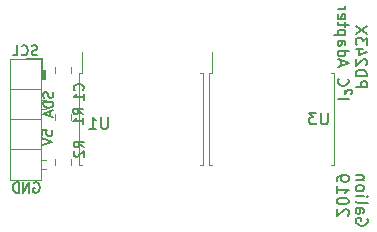
<source format=gbo>
G04 #@! TF.GenerationSoftware,KiCad,Pcbnew,5.99.0-unknown-r17001-43768b71*
G04 #@! TF.CreationDate,2020-02-09T00:01:32+01:00*
G04 #@! TF.ProjectId,PD243X Display,50443234-3358-4204-9469-73706c61792e,1*
G04 #@! TF.SameCoordinates,Original*
G04 #@! TF.FileFunction,Legend,Bot*
G04 #@! TF.FilePolarity,Positive*
%FSLAX46Y46*%
G04 Gerber Fmt 4.6, Leading zero omitted, Abs format (unit mm)*
G04 Created by KiCad (PCBNEW 5.99.0-unknown-r17001-43768b71) date 2020-02-09 00:01:32*
%MOMM*%
%LPD*%
G04 APERTURE LIST*
%ADD10C,0.150000*%
%ADD11C,0.120000*%
G04 APERTURE END LIST*
D10*
X98039904Y-79401547D02*
X97918476Y-79442023D01*
X97716095Y-79442023D01*
X97635142Y-79401547D01*
X97594666Y-79361071D01*
X97554190Y-79280119D01*
X97554190Y-79199166D01*
X97594666Y-79118214D01*
X97635142Y-79077738D01*
X97716095Y-79037261D01*
X97878000Y-78996785D01*
X97958952Y-78956309D01*
X97999428Y-78915833D01*
X98039904Y-78834880D01*
X98039904Y-78753928D01*
X97999428Y-78672976D01*
X97958952Y-78632500D01*
X97878000Y-78592023D01*
X97675619Y-78592023D01*
X97554190Y-78632500D01*
X96704190Y-79361071D02*
X96744666Y-79401547D01*
X96866095Y-79442023D01*
X96947047Y-79442023D01*
X97068476Y-79401547D01*
X97149428Y-79320595D01*
X97189904Y-79239642D01*
X97230380Y-79077738D01*
X97230380Y-78956309D01*
X97189904Y-78794404D01*
X97149428Y-78713452D01*
X97068476Y-78632500D01*
X96947047Y-78592023D01*
X96866095Y-78592023D01*
X96744666Y-78632500D01*
X96704190Y-78672976D01*
X95935142Y-79442023D02*
X96339904Y-79442023D01*
X96339904Y-78592023D01*
X99340547Y-82533857D02*
X99381023Y-82655285D01*
X99381023Y-82857666D01*
X99340547Y-82938619D01*
X99300071Y-82979095D01*
X99219119Y-83019571D01*
X99138166Y-83019571D01*
X99057214Y-82979095D01*
X99016738Y-82938619D01*
X98976261Y-82857666D01*
X98935785Y-82695761D01*
X98895309Y-82614809D01*
X98854833Y-82574333D01*
X98773880Y-82533857D01*
X98692928Y-82533857D01*
X98611976Y-82574333D01*
X98571500Y-82614809D01*
X98531023Y-82695761D01*
X98531023Y-82898142D01*
X98571500Y-83019571D01*
X99381023Y-83383857D02*
X98531023Y-83383857D01*
X98531023Y-83586238D01*
X98571500Y-83707666D01*
X98652452Y-83788619D01*
X98733404Y-83829095D01*
X98895309Y-83869571D01*
X99016738Y-83869571D01*
X99178642Y-83829095D01*
X99259595Y-83788619D01*
X99340547Y-83707666D01*
X99381023Y-83586238D01*
X99381023Y-83383857D01*
X99138166Y-84193380D02*
X99138166Y-84598142D01*
X99381023Y-84112428D02*
X98531023Y-84395761D01*
X99381023Y-84679095D01*
X97739119Y-90253000D02*
X97820071Y-90212523D01*
X97941500Y-90212523D01*
X98062928Y-90253000D01*
X98143880Y-90333952D01*
X98184357Y-90414904D01*
X98224833Y-90576809D01*
X98224833Y-90698238D01*
X98184357Y-90860142D01*
X98143880Y-90941095D01*
X98062928Y-91022047D01*
X97941500Y-91062523D01*
X97860547Y-91062523D01*
X97739119Y-91022047D01*
X97698642Y-90981571D01*
X97698642Y-90698238D01*
X97860547Y-90698238D01*
X97334357Y-91062523D02*
X97334357Y-90212523D01*
X96848642Y-91062523D01*
X96848642Y-90212523D01*
X96443880Y-91062523D02*
X96443880Y-90212523D01*
X96241500Y-90212523D01*
X96120071Y-90253000D01*
X96039119Y-90333952D01*
X95998642Y-90414904D01*
X95958166Y-90576809D01*
X95958166Y-90698238D01*
X95998642Y-90860142D01*
X96039119Y-90941095D01*
X96120071Y-91022047D01*
X96241500Y-91062523D01*
X96443880Y-91062523D01*
X98467523Y-86198095D02*
X98467523Y-85793333D01*
X98872285Y-85752857D01*
X98831809Y-85793333D01*
X98791333Y-85874285D01*
X98791333Y-86076666D01*
X98831809Y-86157619D01*
X98872285Y-86198095D01*
X98953238Y-86238571D01*
X99155619Y-86238571D01*
X99236571Y-86198095D01*
X99277047Y-86157619D01*
X99317523Y-86076666D01*
X99317523Y-85874285D01*
X99277047Y-85793333D01*
X99236571Y-85752857D01*
X98467523Y-86481428D02*
X99317523Y-86764761D01*
X98467523Y-87048095D01*
X125955500Y-93289190D02*
X126003119Y-93384428D01*
X126003119Y-93527285D01*
X125955500Y-93670142D01*
X125860261Y-93765380D01*
X125765023Y-93813000D01*
X125574547Y-93860619D01*
X125431690Y-93860619D01*
X125241214Y-93813000D01*
X125145976Y-93765380D01*
X125050738Y-93670142D01*
X125003119Y-93527285D01*
X125003119Y-93432047D01*
X125050738Y-93289190D01*
X125098357Y-93241571D01*
X125431690Y-93241571D01*
X125431690Y-93432047D01*
X125003119Y-92384428D02*
X125526928Y-92384428D01*
X125622166Y-92432047D01*
X125669785Y-92527285D01*
X125669785Y-92717761D01*
X125622166Y-92813000D01*
X125050738Y-92384428D02*
X125003119Y-92479666D01*
X125003119Y-92717761D01*
X125050738Y-92813000D01*
X125145976Y-92860619D01*
X125241214Y-92860619D01*
X125336452Y-92813000D01*
X125384071Y-92717761D01*
X125384071Y-92479666D01*
X125431690Y-92384428D01*
X125003119Y-91765380D02*
X125050738Y-91860619D01*
X125145976Y-91908238D01*
X126003119Y-91908238D01*
X125003119Y-91384428D02*
X125669785Y-91384428D01*
X126003119Y-91384428D02*
X125955500Y-91432047D01*
X125907880Y-91384428D01*
X125955500Y-91336809D01*
X126003119Y-91384428D01*
X125907880Y-91384428D01*
X125003119Y-90765380D02*
X125050738Y-90860619D01*
X125098357Y-90908238D01*
X125193595Y-90955857D01*
X125479309Y-90955857D01*
X125574547Y-90908238D01*
X125622166Y-90860619D01*
X125669785Y-90765380D01*
X125669785Y-90622523D01*
X125622166Y-90527285D01*
X125574547Y-90479666D01*
X125479309Y-90432047D01*
X125193595Y-90432047D01*
X125098357Y-90479666D01*
X125050738Y-90527285D01*
X125003119Y-90622523D01*
X125003119Y-90765380D01*
X125669785Y-90003476D02*
X125003119Y-90003476D01*
X125574547Y-90003476D02*
X125622166Y-89955857D01*
X125669785Y-89860619D01*
X125669785Y-89717761D01*
X125622166Y-89622523D01*
X125526928Y-89574904D01*
X125003119Y-89574904D01*
X124297880Y-93027285D02*
X124345500Y-92979666D01*
X124393119Y-92884428D01*
X124393119Y-92646333D01*
X124345500Y-92551095D01*
X124297880Y-92503476D01*
X124202642Y-92455857D01*
X124107404Y-92455857D01*
X123964547Y-92503476D01*
X123393119Y-93074904D01*
X123393119Y-92455857D01*
X124393119Y-91836809D02*
X124393119Y-91741571D01*
X124345500Y-91646333D01*
X124297880Y-91598714D01*
X124202642Y-91551095D01*
X124012166Y-91503476D01*
X123774071Y-91503476D01*
X123583595Y-91551095D01*
X123488357Y-91598714D01*
X123440738Y-91646333D01*
X123393119Y-91741571D01*
X123393119Y-91836809D01*
X123440738Y-91932047D01*
X123488357Y-91979666D01*
X123583595Y-92027285D01*
X123774071Y-92074904D01*
X124012166Y-92074904D01*
X124202642Y-92027285D01*
X124297880Y-91979666D01*
X124345500Y-91932047D01*
X124393119Y-91836809D01*
X123393119Y-90551095D02*
X123393119Y-91122523D01*
X123393119Y-90836809D02*
X124393119Y-90836809D01*
X124250261Y-90932047D01*
X124155023Y-91027285D01*
X124107404Y-91122523D01*
X123393119Y-90074904D02*
X123393119Y-89884428D01*
X123440738Y-89789190D01*
X123488357Y-89741571D01*
X123631214Y-89646333D01*
X123821690Y-89598714D01*
X124202642Y-89598714D01*
X124297880Y-89646333D01*
X124345500Y-89693952D01*
X124393119Y-89789190D01*
X124393119Y-89979666D01*
X124345500Y-90074904D01*
X124297880Y-90122523D01*
X124202642Y-90170142D01*
X123964547Y-90170142D01*
X123869309Y-90122523D01*
X123821690Y-90074904D01*
X123774071Y-89979666D01*
X123774071Y-89789190D01*
X123821690Y-89693952D01*
X123869309Y-89646333D01*
X123964547Y-89598714D01*
X124985488Y-82162333D02*
X125935488Y-82162333D01*
X125935488Y-81800428D01*
X125890250Y-81709952D01*
X125845011Y-81664714D01*
X125754535Y-81619476D01*
X125618821Y-81619476D01*
X125528345Y-81664714D01*
X125483107Y-81709952D01*
X125437869Y-81800428D01*
X125437869Y-82162333D01*
X124985488Y-81212333D02*
X125935488Y-81212333D01*
X125935488Y-80986142D01*
X125890250Y-80850428D01*
X125799773Y-80759952D01*
X125709297Y-80714714D01*
X125528345Y-80669476D01*
X125392630Y-80669476D01*
X125211678Y-80714714D01*
X125121202Y-80759952D01*
X125030726Y-80850428D01*
X124985488Y-80986142D01*
X124985488Y-81212333D01*
X125845011Y-80307571D02*
X125890250Y-80262333D01*
X125935488Y-80171857D01*
X125935488Y-79945666D01*
X125890250Y-79855190D01*
X125845011Y-79809952D01*
X125754535Y-79764714D01*
X125664059Y-79764714D01*
X125528345Y-79809952D01*
X124985488Y-80352809D01*
X124985488Y-79764714D01*
X125618821Y-78950428D02*
X124985488Y-78950428D01*
X125980726Y-79176619D02*
X125302154Y-79402809D01*
X125302154Y-78814714D01*
X125935488Y-78543285D02*
X125935488Y-77955190D01*
X125573583Y-78271857D01*
X125573583Y-78136142D01*
X125528345Y-78045666D01*
X125483107Y-78000428D01*
X125392630Y-77955190D01*
X125166440Y-77955190D01*
X125075964Y-78000428D01*
X125030726Y-78045666D01*
X124985488Y-78136142D01*
X124985488Y-78407571D01*
X125030726Y-78498047D01*
X125075964Y-78543285D01*
X125935488Y-77638523D02*
X124985488Y-77005190D01*
X125935488Y-77005190D02*
X124985488Y-77638523D01*
X123455988Y-83134952D02*
X124405988Y-83134952D01*
X124632178Y-82727809D02*
X124677416Y-82637333D01*
X124677416Y-82501619D01*
X124632178Y-82411142D01*
X124541702Y-82365904D01*
X124451226Y-82365904D01*
X124360750Y-82411142D01*
X124044083Y-82727809D01*
X124044083Y-82365904D01*
X123546464Y-81415904D02*
X123501226Y-81461142D01*
X123455988Y-81596857D01*
X123455988Y-81687333D01*
X123501226Y-81823047D01*
X123591702Y-81913523D01*
X123682178Y-81958761D01*
X123863130Y-82004000D01*
X123998845Y-82004000D01*
X124179797Y-81958761D01*
X124270273Y-81913523D01*
X124360750Y-81823047D01*
X124405988Y-81687333D01*
X124405988Y-81596857D01*
X124360750Y-81461142D01*
X124315511Y-81415904D01*
X123727416Y-80330190D02*
X123727416Y-79877809D01*
X123455988Y-80420666D02*
X124405988Y-80104000D01*
X123455988Y-79787333D01*
X123455988Y-79063523D02*
X124405988Y-79063523D01*
X123501226Y-79063523D02*
X123455988Y-79154000D01*
X123455988Y-79334952D01*
X123501226Y-79425428D01*
X123546464Y-79470666D01*
X123636940Y-79515904D01*
X123908369Y-79515904D01*
X123998845Y-79470666D01*
X124044083Y-79425428D01*
X124089321Y-79334952D01*
X124089321Y-79154000D01*
X124044083Y-79063523D01*
X123455988Y-78204000D02*
X123953607Y-78204000D01*
X124044083Y-78249238D01*
X124089321Y-78339714D01*
X124089321Y-78520666D01*
X124044083Y-78611142D01*
X123501226Y-78204000D02*
X123455988Y-78294476D01*
X123455988Y-78520666D01*
X123501226Y-78611142D01*
X123591702Y-78656380D01*
X123682178Y-78656380D01*
X123772654Y-78611142D01*
X123817892Y-78520666D01*
X123817892Y-78294476D01*
X123863130Y-78204000D01*
X124089321Y-77751619D02*
X123139321Y-77751619D01*
X124044083Y-77751619D02*
X124089321Y-77661142D01*
X124089321Y-77480190D01*
X124044083Y-77389714D01*
X123998845Y-77344476D01*
X123908369Y-77299238D01*
X123636940Y-77299238D01*
X123546464Y-77344476D01*
X123501226Y-77389714D01*
X123455988Y-77480190D01*
X123455988Y-77661142D01*
X123501226Y-77751619D01*
X124089321Y-77027809D02*
X124089321Y-76665904D01*
X124405988Y-76892095D02*
X123591702Y-76892095D01*
X123501226Y-76846857D01*
X123455988Y-76756380D01*
X123455988Y-76665904D01*
X123501226Y-75987333D02*
X123455988Y-76077809D01*
X123455988Y-76258761D01*
X123501226Y-76349238D01*
X123591702Y-76394476D01*
X123953607Y-76394476D01*
X124044083Y-76349238D01*
X124089321Y-76258761D01*
X124089321Y-76077809D01*
X124044083Y-75987333D01*
X123953607Y-75942095D01*
X123863130Y-75942095D01*
X123772654Y-76394476D01*
X123455988Y-75534952D02*
X124089321Y-75534952D01*
X123908369Y-75534952D02*
X123998845Y-75489714D01*
X124044083Y-75444476D01*
X124089321Y-75354000D01*
X124089321Y-75263523D01*
D11*
X99493000Y-80456248D02*
X99493000Y-80978752D01*
X100913000Y-80456248D02*
X100913000Y-80978752D01*
X98450400Y-79637700D02*
X97040700Y-79637700D01*
X98450400Y-80653700D02*
X98450400Y-79637700D01*
X98686600Y-81440100D02*
X98686600Y-80680100D01*
X98590100Y-81441100D02*
X98590100Y-80679100D01*
X98526600Y-80679100D02*
X98526600Y-81441100D01*
X98463100Y-81441100D02*
X98463100Y-80679100D01*
X98356600Y-79730100D02*
X98356600Y-90010100D01*
X98356600Y-90010100D02*
X95696600Y-90010100D01*
X95696600Y-90010100D02*
X95696600Y-79730100D01*
X95696600Y-79730100D02*
X98356600Y-79730100D01*
X98686600Y-80680100D02*
X98356600Y-80680100D01*
X98686600Y-81440100D02*
X98356600Y-81440100D01*
X98356600Y-82330100D02*
X95696600Y-82330100D01*
X98753671Y-83220100D02*
X98356600Y-83220100D01*
X98753671Y-83980100D02*
X98356600Y-83980100D01*
X98356600Y-84870100D02*
X95696600Y-84870100D01*
X98753671Y-85760100D02*
X98356600Y-85760100D01*
X98753671Y-86520100D02*
X98356600Y-86520100D01*
X98356600Y-87410100D02*
X95696600Y-87410100D01*
X98753671Y-88300100D02*
X98356600Y-88300100D01*
X98753671Y-89060100D02*
X98356600Y-89060100D01*
X123116000Y-84836000D02*
X123116000Y-88696000D01*
X123116000Y-88696000D02*
X122861000Y-88696000D01*
X123116000Y-84836000D02*
X123116000Y-80976000D01*
X123116000Y-80976000D02*
X122861000Y-80976000D01*
X112596000Y-84836000D02*
X112596000Y-88696000D01*
X112596000Y-88696000D02*
X112851000Y-88696000D01*
X112596000Y-84836000D02*
X112596000Y-80976000D01*
X112596000Y-80976000D02*
X112851000Y-80976000D01*
X112851000Y-80976000D02*
X112851000Y-79161000D01*
X112067000Y-84836000D02*
X112067000Y-88696000D01*
X112067000Y-88696000D02*
X111812000Y-88696000D01*
X112067000Y-84836000D02*
X112067000Y-80976000D01*
X112067000Y-80976000D02*
X111812000Y-80976000D01*
X101547000Y-84836000D02*
X101547000Y-88696000D01*
X101547000Y-88696000D02*
X101802000Y-88696000D01*
X101547000Y-84836000D02*
X101547000Y-80976000D01*
X101547000Y-80976000D02*
X101802000Y-80976000D01*
X101802000Y-80976000D02*
X101802000Y-79161000D01*
X100913000Y-88707752D02*
X100913000Y-88185248D01*
X99493000Y-88707752D02*
X99493000Y-88185248D01*
X99493000Y-84375248D02*
X99493000Y-84897752D01*
X100913000Y-84375248D02*
X100913000Y-84897752D01*
D10*
X101903571Y-82408333D02*
X101944047Y-82367857D01*
X101984523Y-82246428D01*
X101984523Y-82165476D01*
X101944047Y-82044047D01*
X101863095Y-81963095D01*
X101782142Y-81922619D01*
X101620238Y-81882142D01*
X101498809Y-81882142D01*
X101336904Y-81922619D01*
X101255952Y-81963095D01*
X101175000Y-82044047D01*
X101134523Y-82165476D01*
X101134523Y-82246428D01*
X101175000Y-82367857D01*
X101215476Y-82408333D01*
X101984523Y-83217857D02*
X101984523Y-82732142D01*
X101984523Y-82975000D02*
X101134523Y-82975000D01*
X101255952Y-82894047D01*
X101336904Y-82813095D01*
X101377380Y-82732142D01*
X122618404Y-84288380D02*
X122618404Y-85097904D01*
X122570785Y-85193142D01*
X122523166Y-85240761D01*
X122427928Y-85288380D01*
X122237452Y-85288380D01*
X122142214Y-85240761D01*
X122094595Y-85193142D01*
X122046976Y-85097904D01*
X122046976Y-84288380D01*
X121666023Y-84288380D02*
X121046976Y-84288380D01*
X121380309Y-84669333D01*
X121237452Y-84669333D01*
X121142214Y-84716952D01*
X121094595Y-84764571D01*
X121046976Y-84859809D01*
X121046976Y-85097904D01*
X121094595Y-85193142D01*
X121142214Y-85240761D01*
X121237452Y-85288380D01*
X121523166Y-85288380D01*
X121618404Y-85240761D01*
X121666023Y-85193142D01*
X104012904Y-84669380D02*
X104012904Y-85478904D01*
X103965285Y-85574142D01*
X103917666Y-85621761D01*
X103822428Y-85669380D01*
X103631952Y-85669380D01*
X103536714Y-85621761D01*
X103489095Y-85574142D01*
X103441476Y-85478904D01*
X103441476Y-84669380D01*
X102441476Y-85669380D02*
X103012904Y-85669380D01*
X102727190Y-85669380D02*
X102727190Y-84669380D01*
X102822428Y-84812238D01*
X102917666Y-84907476D01*
X103012904Y-84955095D01*
X101984523Y-87234333D02*
X101579761Y-86951000D01*
X101984523Y-86748619D02*
X101134523Y-86748619D01*
X101134523Y-87072428D01*
X101175000Y-87153380D01*
X101215476Y-87193857D01*
X101296428Y-87234333D01*
X101417857Y-87234333D01*
X101498809Y-87193857D01*
X101539285Y-87153380D01*
X101579761Y-87072428D01*
X101579761Y-86748619D01*
X101215476Y-87558142D02*
X101175000Y-87598619D01*
X101134523Y-87679571D01*
X101134523Y-87881952D01*
X101175000Y-87962904D01*
X101215476Y-88003380D01*
X101296428Y-88043857D01*
X101377380Y-88043857D01*
X101498809Y-88003380D01*
X101984523Y-87517666D01*
X101984523Y-88043857D01*
X101921023Y-84440333D02*
X101516261Y-84157000D01*
X101921023Y-83954619D02*
X101071023Y-83954619D01*
X101071023Y-84278428D01*
X101111500Y-84359380D01*
X101151976Y-84399857D01*
X101232928Y-84440333D01*
X101354357Y-84440333D01*
X101435309Y-84399857D01*
X101475785Y-84359380D01*
X101516261Y-84278428D01*
X101516261Y-83954619D01*
X101921023Y-85249857D02*
X101921023Y-84764142D01*
X101921023Y-85007000D02*
X101071023Y-85007000D01*
X101192452Y-84926047D01*
X101273404Y-84845095D01*
X101313880Y-84764142D01*
M02*

</source>
